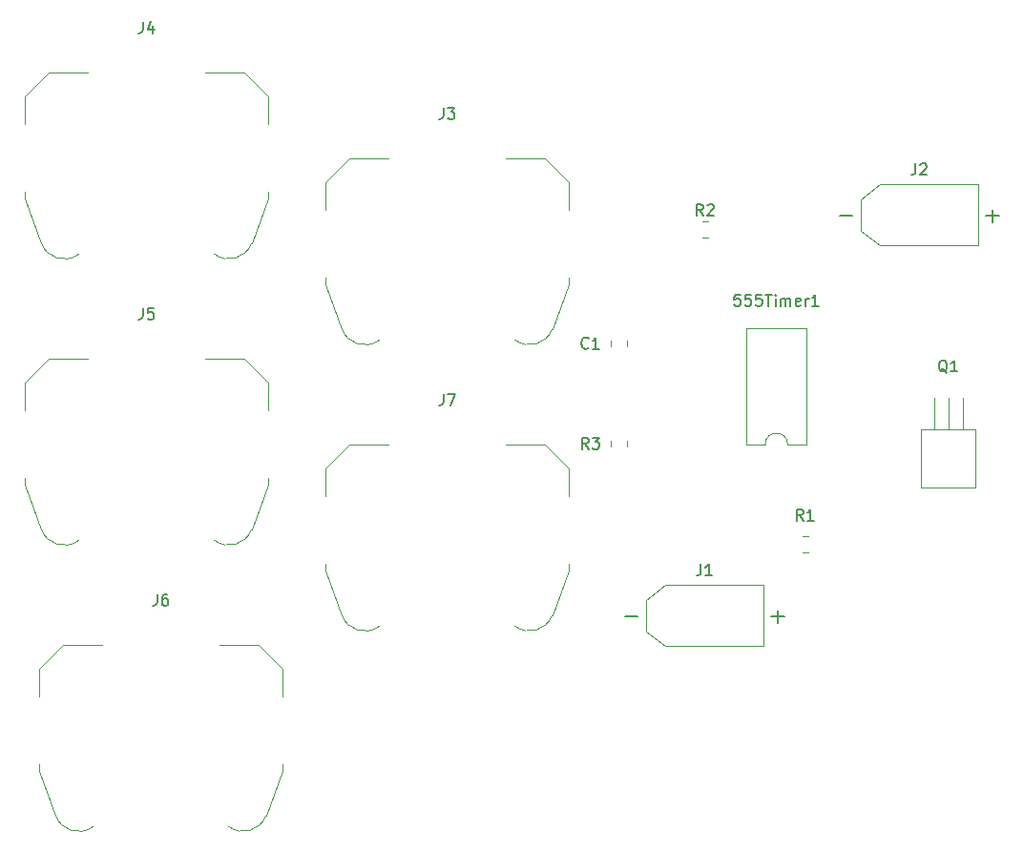
<source format=gbr>
G04 #@! TF.GenerationSoftware,KiCad,Pcbnew,(5.1.5-0-10_14)*
G04 #@! TF.CreationDate,2020-05-17T15:29:12+03:00*
G04 #@! TF.ProjectId,final,66696e61-6c2e-46b6-9963-61645f706362,rev?*
G04 #@! TF.SameCoordinates,Original*
G04 #@! TF.FileFunction,Legend,Top*
G04 #@! TF.FilePolarity,Positive*
%FSLAX46Y46*%
G04 Gerber Fmt 4.6, Leading zero omitted, Abs format (unit mm)*
G04 Created by KiCad (PCBNEW (5.1.5-0-10_14)) date 2020-05-17 15:29:12*
%MOMM*%
%LPD*%
G04 APERTURE LIST*
%ADD10C,0.120000*%
%ADD11C,0.150000*%
G04 APERTURE END LIST*
D10*
X94326646Y-113976530D02*
G75*
G02X90990000Y-112990000I-1306646J1716530D01*
G01*
X89550000Y-109040000D02*
X90990000Y-112990000D01*
X91630000Y-97870000D02*
X89550000Y-99950000D01*
X95130000Y-97870000D02*
X91630000Y-97870000D01*
X109030000Y-97870000D02*
X111110000Y-99950000D01*
X111110000Y-109040000D02*
X109670000Y-112990000D01*
X109655244Y-112998169D02*
G75*
G02X106330000Y-113960000I-2015244J738169D01*
G01*
X89550000Y-99950000D02*
X89550000Y-102410000D01*
X89550000Y-108410000D02*
X89550000Y-109040000D01*
X111110000Y-99950000D02*
X111110000Y-102410000D01*
X111110000Y-108410000D02*
X111110000Y-109040000D01*
X109030000Y-97870000D02*
X105530000Y-97870000D01*
X155210000Y-105470000D02*
G75*
G02X157210000Y-105470000I1000000J0D01*
G01*
X157210000Y-105470000D02*
X158860000Y-105470000D01*
X158860000Y-105470000D02*
X158860000Y-95190000D01*
X158860000Y-95190000D02*
X153560000Y-95190000D01*
X153560000Y-95190000D02*
X153560000Y-105470000D01*
X153560000Y-105470000D02*
X155210000Y-105470000D01*
X142950000Y-96258748D02*
X142950000Y-96781252D01*
X141530000Y-96258748D02*
X141530000Y-96781252D01*
X146310000Y-117940000D02*
X155030000Y-117940000D01*
X155030000Y-117940000D02*
X155030000Y-123360000D01*
X146310000Y-123360000D02*
X155030000Y-123360000D01*
X144610000Y-119240000D02*
X146310000Y-117940000D01*
X144610000Y-122060000D02*
X146310000Y-123360000D01*
X144610000Y-119240000D02*
X144610000Y-122060000D01*
X163660000Y-83680000D02*
X163660000Y-86500000D01*
X163660000Y-86500000D02*
X165360000Y-87800000D01*
X163660000Y-83680000D02*
X165360000Y-82380000D01*
X165360000Y-87800000D02*
X174080000Y-87800000D01*
X174080000Y-82380000D02*
X174080000Y-87800000D01*
X165360000Y-82380000D02*
X174080000Y-82380000D01*
X120996646Y-96196530D02*
G75*
G02X117660000Y-95210000I-1306646J1716530D01*
G01*
X116220000Y-91260000D02*
X117660000Y-95210000D01*
X118300000Y-80090000D02*
X116220000Y-82170000D01*
X121800000Y-80090000D02*
X118300000Y-80090000D01*
X135700000Y-80090000D02*
X137780000Y-82170000D01*
X137780000Y-91260000D02*
X136340000Y-95210000D01*
X136325244Y-95218169D02*
G75*
G02X133000000Y-96180000I-2015244J738169D01*
G01*
X116220000Y-82170000D02*
X116220000Y-84630000D01*
X116220000Y-90630000D02*
X116220000Y-91260000D01*
X137780000Y-82170000D02*
X137780000Y-84630000D01*
X137780000Y-90630000D02*
X137780000Y-91260000D01*
X135700000Y-80090000D02*
X132200000Y-80090000D01*
X109030000Y-72470000D02*
X105530000Y-72470000D01*
X111110000Y-83010000D02*
X111110000Y-83640000D01*
X111110000Y-74550000D02*
X111110000Y-77010000D01*
X89550000Y-83010000D02*
X89550000Y-83640000D01*
X89550000Y-74550000D02*
X89550000Y-77010000D01*
X109655244Y-87598169D02*
G75*
G02X106330000Y-88560000I-2015244J738169D01*
G01*
X111110000Y-83640000D02*
X109670000Y-87590000D01*
X109030000Y-72470000D02*
X111110000Y-74550000D01*
X95130000Y-72470000D02*
X91630000Y-72470000D01*
X91630000Y-72470000D02*
X89550000Y-74550000D01*
X89550000Y-83640000D02*
X90990000Y-87590000D01*
X94326646Y-88576530D02*
G75*
G02X90990000Y-87590000I-1306646J1716530D01*
G01*
X110300000Y-123270000D02*
X106800000Y-123270000D01*
X112380000Y-133810000D02*
X112380000Y-134440000D01*
X112380000Y-125350000D02*
X112380000Y-127810000D01*
X90820000Y-133810000D02*
X90820000Y-134440000D01*
X90820000Y-125350000D02*
X90820000Y-127810000D01*
X110925244Y-138398169D02*
G75*
G02X107600000Y-139360000I-2015244J738169D01*
G01*
X112380000Y-134440000D02*
X110940000Y-138390000D01*
X110300000Y-123270000D02*
X112380000Y-125350000D01*
X96400000Y-123270000D02*
X92900000Y-123270000D01*
X92900000Y-123270000D02*
X90820000Y-125350000D01*
X90820000Y-134440000D02*
X92260000Y-138390000D01*
X95596646Y-139376530D02*
G75*
G02X92260000Y-138390000I-1306646J1716530D01*
G01*
X120996646Y-121596530D02*
G75*
G02X117660000Y-120610000I-1306646J1716530D01*
G01*
X116220000Y-116660000D02*
X117660000Y-120610000D01*
X118300000Y-105490000D02*
X116220000Y-107570000D01*
X121800000Y-105490000D02*
X118300000Y-105490000D01*
X135700000Y-105490000D02*
X137780000Y-107570000D01*
X137780000Y-116660000D02*
X136340000Y-120610000D01*
X136325244Y-120618169D02*
G75*
G02X133000000Y-121580000I-2015244J738169D01*
G01*
X116220000Y-107570000D02*
X116220000Y-110030000D01*
X116220000Y-116030000D02*
X116220000Y-116660000D01*
X137780000Y-107570000D02*
X137780000Y-110030000D01*
X137780000Y-116030000D02*
X137780000Y-116660000D01*
X135700000Y-105490000D02*
X132200000Y-105490000D01*
X170180000Y-101350000D02*
X170180000Y-104140000D01*
X171450000Y-101350000D02*
X171450000Y-104140000D01*
X172720000Y-101350000D02*
X172720000Y-104140000D01*
X169050000Y-104140000D02*
X173850000Y-104140000D01*
X173850000Y-104140000D02*
X173850000Y-109330000D01*
X173850000Y-109330000D02*
X169050000Y-109330000D01*
X169050000Y-109330000D02*
X169050000Y-104140000D01*
X159011252Y-115010000D02*
X158488748Y-115010000D01*
X159011252Y-113590000D02*
X158488748Y-113590000D01*
X149598748Y-85650000D02*
X150121252Y-85650000D01*
X149598748Y-87070000D02*
X150121252Y-87070000D01*
X141530000Y-105148748D02*
X141530000Y-105671252D01*
X142950000Y-105148748D02*
X142950000Y-105671252D01*
D11*
X99996666Y-93362380D02*
X99996666Y-94076666D01*
X99949047Y-94219523D01*
X99853809Y-94314761D01*
X99710952Y-94362380D01*
X99615714Y-94362380D01*
X100949047Y-93362380D02*
X100472857Y-93362380D01*
X100425238Y-93838571D01*
X100472857Y-93790952D01*
X100568095Y-93743333D01*
X100806190Y-93743333D01*
X100901428Y-93790952D01*
X100949047Y-93838571D01*
X100996666Y-93933809D01*
X100996666Y-94171904D01*
X100949047Y-94267142D01*
X100901428Y-94314761D01*
X100806190Y-94362380D01*
X100568095Y-94362380D01*
X100472857Y-94314761D01*
X100425238Y-94267142D01*
X152995714Y-92162380D02*
X152519523Y-92162380D01*
X152471904Y-92638571D01*
X152519523Y-92590952D01*
X152614761Y-92543333D01*
X152852857Y-92543333D01*
X152948095Y-92590952D01*
X152995714Y-92638571D01*
X153043333Y-92733809D01*
X153043333Y-92971904D01*
X152995714Y-93067142D01*
X152948095Y-93114761D01*
X152852857Y-93162380D01*
X152614761Y-93162380D01*
X152519523Y-93114761D01*
X152471904Y-93067142D01*
X153948095Y-92162380D02*
X153471904Y-92162380D01*
X153424285Y-92638571D01*
X153471904Y-92590952D01*
X153567142Y-92543333D01*
X153805238Y-92543333D01*
X153900476Y-92590952D01*
X153948095Y-92638571D01*
X153995714Y-92733809D01*
X153995714Y-92971904D01*
X153948095Y-93067142D01*
X153900476Y-93114761D01*
X153805238Y-93162380D01*
X153567142Y-93162380D01*
X153471904Y-93114761D01*
X153424285Y-93067142D01*
X154900476Y-92162380D02*
X154424285Y-92162380D01*
X154376666Y-92638571D01*
X154424285Y-92590952D01*
X154519523Y-92543333D01*
X154757619Y-92543333D01*
X154852857Y-92590952D01*
X154900476Y-92638571D01*
X154948095Y-92733809D01*
X154948095Y-92971904D01*
X154900476Y-93067142D01*
X154852857Y-93114761D01*
X154757619Y-93162380D01*
X154519523Y-93162380D01*
X154424285Y-93114761D01*
X154376666Y-93067142D01*
X155233809Y-92162380D02*
X155805238Y-92162380D01*
X155519523Y-93162380D02*
X155519523Y-92162380D01*
X156138571Y-93162380D02*
X156138571Y-92495714D01*
X156138571Y-92162380D02*
X156090952Y-92210000D01*
X156138571Y-92257619D01*
X156186190Y-92210000D01*
X156138571Y-92162380D01*
X156138571Y-92257619D01*
X156614761Y-93162380D02*
X156614761Y-92495714D01*
X156614761Y-92590952D02*
X156662380Y-92543333D01*
X156757619Y-92495714D01*
X156900476Y-92495714D01*
X156995714Y-92543333D01*
X157043333Y-92638571D01*
X157043333Y-93162380D01*
X157043333Y-92638571D02*
X157090952Y-92543333D01*
X157186190Y-92495714D01*
X157329047Y-92495714D01*
X157424285Y-92543333D01*
X157471904Y-92638571D01*
X157471904Y-93162380D01*
X158329047Y-93114761D02*
X158233809Y-93162380D01*
X158043333Y-93162380D01*
X157948095Y-93114761D01*
X157900476Y-93019523D01*
X157900476Y-92638571D01*
X157948095Y-92543333D01*
X158043333Y-92495714D01*
X158233809Y-92495714D01*
X158329047Y-92543333D01*
X158376666Y-92638571D01*
X158376666Y-92733809D01*
X157900476Y-92829047D01*
X158805238Y-93162380D02*
X158805238Y-92495714D01*
X158805238Y-92686190D02*
X158852857Y-92590952D01*
X158900476Y-92543333D01*
X158995714Y-92495714D01*
X159090952Y-92495714D01*
X159948095Y-93162380D02*
X159376666Y-93162380D01*
X159662380Y-93162380D02*
X159662380Y-92162380D01*
X159567142Y-92305238D01*
X159471904Y-92400476D01*
X159376666Y-92448095D01*
X139533333Y-96877142D02*
X139485714Y-96924761D01*
X139342857Y-96972380D01*
X139247619Y-96972380D01*
X139104761Y-96924761D01*
X139009523Y-96829523D01*
X138961904Y-96734285D01*
X138914285Y-96543809D01*
X138914285Y-96400952D01*
X138961904Y-96210476D01*
X139009523Y-96115238D01*
X139104761Y-96020000D01*
X139247619Y-95972380D01*
X139342857Y-95972380D01*
X139485714Y-96020000D01*
X139533333Y-96067619D01*
X140485714Y-96972380D02*
X139914285Y-96972380D01*
X140200000Y-96972380D02*
X140200000Y-95972380D01*
X140104761Y-96115238D01*
X140009523Y-96210476D01*
X139914285Y-96258095D01*
X149486666Y-116102380D02*
X149486666Y-116816666D01*
X149439047Y-116959523D01*
X149343809Y-117054761D01*
X149200952Y-117102380D01*
X149105714Y-117102380D01*
X150486666Y-117102380D02*
X149915238Y-117102380D01*
X150200952Y-117102380D02*
X150200952Y-116102380D01*
X150105714Y-116245238D01*
X150010476Y-116340476D01*
X149915238Y-116388095D01*
X155748571Y-120757142D02*
X156891428Y-120757142D01*
X156320000Y-121328571D02*
X156320000Y-120185714D01*
X142748571Y-120757142D02*
X143891428Y-120757142D01*
X168536666Y-80542380D02*
X168536666Y-81256666D01*
X168489047Y-81399523D01*
X168393809Y-81494761D01*
X168250952Y-81542380D01*
X168155714Y-81542380D01*
X168965238Y-80637619D02*
X169012857Y-80590000D01*
X169108095Y-80542380D01*
X169346190Y-80542380D01*
X169441428Y-80590000D01*
X169489047Y-80637619D01*
X169536666Y-80732857D01*
X169536666Y-80828095D01*
X169489047Y-80970952D01*
X168917619Y-81542380D01*
X169536666Y-81542380D01*
X161798571Y-85197142D02*
X162941428Y-85197142D01*
X174798571Y-85197142D02*
X175941428Y-85197142D01*
X175370000Y-85768571D02*
X175370000Y-84625714D01*
X126666666Y-75582380D02*
X126666666Y-76296666D01*
X126619047Y-76439523D01*
X126523809Y-76534761D01*
X126380952Y-76582380D01*
X126285714Y-76582380D01*
X127047619Y-75582380D02*
X127666666Y-75582380D01*
X127333333Y-75963333D01*
X127476190Y-75963333D01*
X127571428Y-76010952D01*
X127619047Y-76058571D01*
X127666666Y-76153809D01*
X127666666Y-76391904D01*
X127619047Y-76487142D01*
X127571428Y-76534761D01*
X127476190Y-76582380D01*
X127190476Y-76582380D01*
X127095238Y-76534761D01*
X127047619Y-76487142D01*
X99996666Y-67962380D02*
X99996666Y-68676666D01*
X99949047Y-68819523D01*
X99853809Y-68914761D01*
X99710952Y-68962380D01*
X99615714Y-68962380D01*
X100901428Y-68295714D02*
X100901428Y-68962380D01*
X100663333Y-67914761D02*
X100425238Y-68629047D01*
X101044285Y-68629047D01*
X101266666Y-118762380D02*
X101266666Y-119476666D01*
X101219047Y-119619523D01*
X101123809Y-119714761D01*
X100980952Y-119762380D01*
X100885714Y-119762380D01*
X102171428Y-118762380D02*
X101980952Y-118762380D01*
X101885714Y-118810000D01*
X101838095Y-118857619D01*
X101742857Y-119000476D01*
X101695238Y-119190952D01*
X101695238Y-119571904D01*
X101742857Y-119667142D01*
X101790476Y-119714761D01*
X101885714Y-119762380D01*
X102076190Y-119762380D01*
X102171428Y-119714761D01*
X102219047Y-119667142D01*
X102266666Y-119571904D01*
X102266666Y-119333809D01*
X102219047Y-119238571D01*
X102171428Y-119190952D01*
X102076190Y-119143333D01*
X101885714Y-119143333D01*
X101790476Y-119190952D01*
X101742857Y-119238571D01*
X101695238Y-119333809D01*
X126666666Y-100982380D02*
X126666666Y-101696666D01*
X126619047Y-101839523D01*
X126523809Y-101934761D01*
X126380952Y-101982380D01*
X126285714Y-101982380D01*
X127047619Y-100982380D02*
X127714285Y-100982380D01*
X127285714Y-101982380D01*
X171354761Y-99097619D02*
X171259523Y-99050000D01*
X171164285Y-98954761D01*
X171021428Y-98811904D01*
X170926190Y-98764285D01*
X170830952Y-98764285D01*
X170878571Y-99002380D02*
X170783333Y-98954761D01*
X170688095Y-98859523D01*
X170640476Y-98669047D01*
X170640476Y-98335714D01*
X170688095Y-98145238D01*
X170783333Y-98050000D01*
X170878571Y-98002380D01*
X171069047Y-98002380D01*
X171164285Y-98050000D01*
X171259523Y-98145238D01*
X171307142Y-98335714D01*
X171307142Y-98669047D01*
X171259523Y-98859523D01*
X171164285Y-98954761D01*
X171069047Y-99002380D01*
X170878571Y-99002380D01*
X172259523Y-99002380D02*
X171688095Y-99002380D01*
X171973809Y-99002380D02*
X171973809Y-98002380D01*
X171878571Y-98145238D01*
X171783333Y-98240476D01*
X171688095Y-98288095D01*
X158583333Y-112212380D02*
X158250000Y-111736190D01*
X158011904Y-112212380D02*
X158011904Y-111212380D01*
X158392857Y-111212380D01*
X158488095Y-111260000D01*
X158535714Y-111307619D01*
X158583333Y-111402857D01*
X158583333Y-111545714D01*
X158535714Y-111640952D01*
X158488095Y-111688571D01*
X158392857Y-111736190D01*
X158011904Y-111736190D01*
X159535714Y-112212380D02*
X158964285Y-112212380D01*
X159250000Y-112212380D02*
X159250000Y-111212380D01*
X159154761Y-111355238D01*
X159059523Y-111450476D01*
X158964285Y-111498095D01*
X149693333Y-85162380D02*
X149360000Y-84686190D01*
X149121904Y-85162380D02*
X149121904Y-84162380D01*
X149502857Y-84162380D01*
X149598095Y-84210000D01*
X149645714Y-84257619D01*
X149693333Y-84352857D01*
X149693333Y-84495714D01*
X149645714Y-84590952D01*
X149598095Y-84638571D01*
X149502857Y-84686190D01*
X149121904Y-84686190D01*
X150074285Y-84257619D02*
X150121904Y-84210000D01*
X150217142Y-84162380D01*
X150455238Y-84162380D01*
X150550476Y-84210000D01*
X150598095Y-84257619D01*
X150645714Y-84352857D01*
X150645714Y-84448095D01*
X150598095Y-84590952D01*
X150026666Y-85162380D01*
X150645714Y-85162380D01*
X139533333Y-105862380D02*
X139200000Y-105386190D01*
X138961904Y-105862380D02*
X138961904Y-104862380D01*
X139342857Y-104862380D01*
X139438095Y-104910000D01*
X139485714Y-104957619D01*
X139533333Y-105052857D01*
X139533333Y-105195714D01*
X139485714Y-105290952D01*
X139438095Y-105338571D01*
X139342857Y-105386190D01*
X138961904Y-105386190D01*
X139866666Y-104862380D02*
X140485714Y-104862380D01*
X140152380Y-105243333D01*
X140295238Y-105243333D01*
X140390476Y-105290952D01*
X140438095Y-105338571D01*
X140485714Y-105433809D01*
X140485714Y-105671904D01*
X140438095Y-105767142D01*
X140390476Y-105814761D01*
X140295238Y-105862380D01*
X140009523Y-105862380D01*
X139914285Y-105814761D01*
X139866666Y-105767142D01*
M02*

</source>
